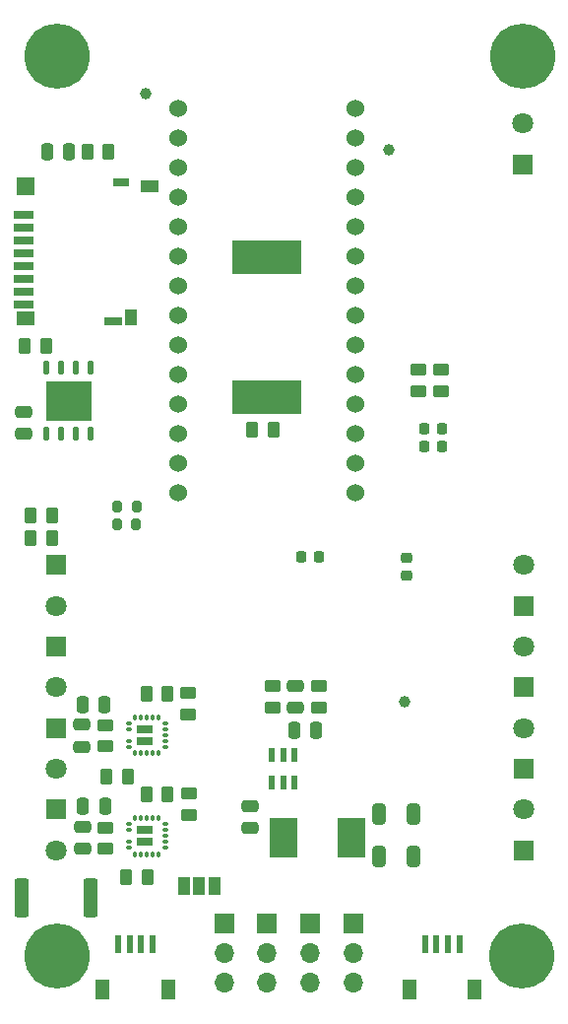
<source format=gbr>
%TF.GenerationSoftware,KiCad,Pcbnew,7.0.5*%
%TF.CreationDate,2023-07-17T20:29:58+05:30*%
%TF.ProjectId,Flight_Computer,466c6967-6874-45f4-936f-6d7075746572,rev?*%
%TF.SameCoordinates,Original*%
%TF.FileFunction,Soldermask,Bot*%
%TF.FilePolarity,Negative*%
%FSLAX46Y46*%
G04 Gerber Fmt 4.6, Leading zero omitted, Abs format (unit mm)*
G04 Created by KiCad (PCBNEW 7.0.5) date 2023-07-17 20:29:58*
%MOMM*%
%LPD*%
G01*
G04 APERTURE LIST*
G04 Aperture macros list*
%AMRoundRect*
0 Rectangle with rounded corners*
0 $1 Rounding radius*
0 $2 $3 $4 $5 $6 $7 $8 $9 X,Y pos of 4 corners*
0 Add a 4 corners polygon primitive as box body*
4,1,4,$2,$3,$4,$5,$6,$7,$8,$9,$2,$3,0*
0 Add four circle primitives for the rounded corners*
1,1,$1+$1,$2,$3*
1,1,$1+$1,$4,$5*
1,1,$1+$1,$6,$7*
1,1,$1+$1,$8,$9*
0 Add four rect primitives between the rounded corners*
20,1,$1+$1,$2,$3,$4,$5,0*
20,1,$1+$1,$4,$5,$6,$7,0*
20,1,$1+$1,$6,$7,$8,$9,0*
20,1,$1+$1,$8,$9,$2,$3,0*%
G04 Aperture macros list end*
%ADD10C,5.600000*%
%ADD11R,1.800000X1.800000*%
%ADD12C,1.800000*%
%ADD13R,1.700000X1.700000*%
%ADD14O,1.700000X1.700000*%
%ADD15C,1.530000*%
%ADD16C,1.000000*%
%ADD17RoundRect,0.026400X-0.193600X0.523600X-0.193600X-0.523600X0.193600X-0.523600X0.193600X0.523600X0*%
%ADD18R,4.000000X3.400000*%
%ADD19RoundRect,0.250000X-0.262500X-0.450000X0.262500X-0.450000X0.262500X0.450000X-0.262500X0.450000X0*%
%ADD20RoundRect,0.250000X-0.450000X0.262500X-0.450000X-0.262500X0.450000X-0.262500X0.450000X0.262500X0*%
%ADD21RoundRect,0.250000X0.262500X0.450000X-0.262500X0.450000X-0.262500X-0.450000X0.262500X-0.450000X0*%
%ADD22R,6.000000X3.000000*%
%ADD23O,0.300000X0.650000*%
%ADD24O,0.650000X0.300000*%
%ADD25R,1.350000X0.800000*%
%ADD26RoundRect,0.250000X0.475000X-0.250000X0.475000X0.250000X-0.475000X0.250000X-0.475000X-0.250000X0*%
%ADD27RoundRect,0.250000X-0.475000X0.250000X-0.475000X-0.250000X0.475000X-0.250000X0.475000X0.250000X0*%
%ADD28RoundRect,0.200000X0.200000X0.275000X-0.200000X0.275000X-0.200000X-0.275000X0.200000X-0.275000X0*%
%ADD29RoundRect,0.250000X0.450000X-0.262500X0.450000X0.262500X-0.450000X0.262500X-0.450000X-0.262500X0*%
%ADD30RoundRect,0.225000X-0.225000X-0.250000X0.225000X-0.250000X0.225000X0.250000X-0.225000X0.250000X0*%
%ADD31R,0.550000X1.240000*%
%ADD32RoundRect,0.250000X0.250000X0.475000X-0.250000X0.475000X-0.250000X-0.475000X0.250000X-0.475000X0*%
%ADD33RoundRect,0.250000X0.362500X1.425000X-0.362500X1.425000X-0.362500X-1.425000X0.362500X-1.425000X0*%
%ADD34RoundRect,0.250000X-0.325000X-0.650000X0.325000X-0.650000X0.325000X0.650000X-0.325000X0.650000X0*%
%ADD35R,2.463800X3.352800*%
%ADD36R,1.000000X1.500000*%
%ADD37RoundRect,0.225000X0.250000X-0.225000X0.250000X0.225000X-0.250000X0.225000X-0.250000X-0.225000X0*%
%ADD38R,1.750000X0.800000*%
%ADD39R,1.500000X1.300000*%
%ADD40R,1.500000X1.500000*%
%ADD41R,1.500000X0.800000*%
%ADD42R,1.400000X0.800000*%
%ADD43R,1.550000X1.000000*%
%ADD44R,1.000000X1.450000*%
%ADD45RoundRect,0.250000X-0.250000X-0.475000X0.250000X-0.475000X0.250000X0.475000X-0.250000X0.475000X0*%
%ADD46R,0.600000X1.550000*%
%ADD47R,1.200000X1.800000*%
G04 APERTURE END LIST*
D10*
%TO.C,H2*%
X171000000Y-73000000D03*
%TD*%
D11*
%TO.C,J3*%
X171000000Y-82250000D03*
D12*
X171000000Y-78750000D03*
%TD*%
D11*
%TO.C,TM1*%
X130927600Y-116702000D03*
D12*
X130927600Y-120202000D03*
%TD*%
D11*
%TO.C,TM2*%
X130927600Y-123702000D03*
D12*
X130927600Y-127202000D03*
%TD*%
D11*
%TO.C,TM8*%
X130927600Y-137702000D03*
D12*
X130927600Y-141202000D03*
%TD*%
D10*
%TO.C,H4*%
X130950000Y-150300000D03*
%TD*%
D11*
%TO.C,TM3*%
X130927600Y-130702000D03*
D12*
X130927600Y-134202000D03*
%TD*%
D13*
%TO.C,M3*%
X152744124Y-147485825D03*
D14*
X152744124Y-150025825D03*
X152744124Y-152565825D03*
%TD*%
D13*
%TO.C,M4*%
X156444124Y-147485825D03*
D14*
X156444124Y-150025825D03*
X156444124Y-152565825D03*
%TD*%
D15*
%TO.C,U3*%
X141380000Y-80030000D03*
X141380000Y-82570000D03*
X141380000Y-85110000D03*
X141380000Y-87650000D03*
X141380000Y-90190000D03*
X141380000Y-92730000D03*
X141380000Y-95270000D03*
X141380000Y-97810000D03*
X141380000Y-100350000D03*
X141380000Y-102890000D03*
X141380000Y-105430000D03*
X141380000Y-107970000D03*
X141380000Y-110510000D03*
X156620000Y-110510000D03*
X156620000Y-107970000D03*
X156620000Y-105430000D03*
X156620000Y-102890000D03*
X156620000Y-100350000D03*
X156620000Y-97810000D03*
X156620000Y-95270000D03*
X156620000Y-92730000D03*
X156620000Y-90190000D03*
X156620000Y-87650000D03*
X156620000Y-85110000D03*
X156620000Y-82570000D03*
X141380000Y-77490000D03*
X156620000Y-80030000D03*
X156620000Y-77490000D03*
%TD*%
D13*
%TO.C,M1*%
X145334124Y-147485825D03*
D14*
X145334124Y-150025825D03*
X145334124Y-152565825D03*
%TD*%
D13*
%TO.C,M2*%
X149034124Y-147485825D03*
D14*
X149034124Y-150025825D03*
X149034124Y-152565825D03*
%TD*%
D10*
%TO.C,H3*%
X170950000Y-150300000D03*
%TD*%
%TO.C,H1*%
X130950000Y-73000000D03*
%TD*%
D11*
%TO.C,J6*%
X171125000Y-134202000D03*
D12*
X171125000Y-130702000D03*
%TD*%
D11*
%TO.C,J2*%
X171125000Y-120202000D03*
D12*
X171125000Y-116702000D03*
%TD*%
D11*
%TO.C,J4*%
X171125000Y-127202000D03*
D12*
X171125000Y-123702000D03*
%TD*%
D11*
%TO.C,J1*%
X171125000Y-141202000D03*
D12*
X171125000Y-137702000D03*
%TD*%
D16*
%TO.C,TP3*%
X159500000Y-81000000D03*
%TD*%
D17*
%TO.C,U5*%
X130045000Y-99760000D03*
X131315000Y-99760000D03*
X132585000Y-99760000D03*
X133855000Y-99760000D03*
X133855000Y-105390000D03*
X132585000Y-105390000D03*
X131315000Y-105390000D03*
X130045000Y-105390000D03*
D18*
X131950000Y-102575000D03*
%TD*%
D19*
%TO.C,R26*%
X128687500Y-114400000D03*
X130512500Y-114400000D03*
%TD*%
D20*
%TO.C,R24*%
X153500000Y-127112500D03*
X153500000Y-128937500D03*
%TD*%
D21*
%TO.C,R4*%
X149562500Y-105100000D03*
X147737500Y-105100000D03*
%TD*%
D22*
%TO.C,B1*%
X149000000Y-102250000D03*
X149000000Y-90250000D03*
%TD*%
D23*
%TO.C,U13*%
X137700000Y-129775000D03*
X138200000Y-129775000D03*
X138700000Y-129775000D03*
X139200000Y-129775000D03*
X139700000Y-129775000D03*
D24*
X140250000Y-130325000D03*
X140250000Y-130825000D03*
X140250000Y-131325000D03*
X140250000Y-131825000D03*
X140250000Y-132325000D03*
D23*
X139700000Y-132875000D03*
X139200000Y-132875000D03*
X138700000Y-132875000D03*
X138200000Y-132875000D03*
X137700000Y-132875000D03*
D24*
X137150000Y-132325000D03*
X137150000Y-131825000D03*
X137150000Y-130825000D03*
X137150000Y-130325000D03*
D25*
X138530000Y-131825000D03*
X138530000Y-130825000D03*
%TD*%
D16*
%TO.C,TP2*%
X160900000Y-128400000D03*
%TD*%
D26*
%TO.C,C10*%
X128100000Y-105425000D03*
X128100000Y-103525000D03*
%TD*%
D19*
%TO.C,R7*%
X133587500Y-81225000D03*
X135412500Y-81225000D03*
%TD*%
%TO.C,R12*%
X138650000Y-136425000D03*
X140475000Y-136425000D03*
%TD*%
D27*
%TO.C,C17*%
X147600000Y-137375000D03*
X147600000Y-139275000D03*
%TD*%
D28*
%TO.C,R6*%
X137775000Y-113200000D03*
X136125000Y-113200000D03*
%TD*%
D29*
%TO.C,R14*%
X135150000Y-141062500D03*
X135150000Y-139237500D03*
%TD*%
D19*
%TO.C,R18*%
X135237500Y-134900000D03*
X137062500Y-134900000D03*
%TD*%
D30*
%TO.C,C4*%
X162525000Y-105000000D03*
X164075000Y-105000000D03*
%TD*%
D31*
%TO.C,U2*%
X149454000Y-133015000D03*
X150404000Y-133015000D03*
X151354000Y-133015000D03*
X151354000Y-135385000D03*
X150404000Y-135385000D03*
X149454000Y-135385000D03*
%TD*%
D29*
%TO.C,R15*%
X135125000Y-132287500D03*
X135125000Y-130462500D03*
%TD*%
D32*
%TO.C,C25*%
X135100000Y-137425000D03*
X133200000Y-137425000D03*
%TD*%
D19*
%TO.C,R13*%
X138637500Y-127800000D03*
X140462500Y-127800000D03*
%TD*%
D33*
%TO.C,R19*%
X133887500Y-145250000D03*
X127962500Y-145250000D03*
%TD*%
D19*
%TO.C,R5*%
X128212500Y-97850000D03*
X130037500Y-97850000D03*
%TD*%
D29*
%TO.C,R2*%
X162050000Y-101762500D03*
X162050000Y-99937500D03*
%TD*%
D34*
%TO.C,C20*%
X158675000Y-138100000D03*
X161625000Y-138100000D03*
%TD*%
D30*
%TO.C,C5*%
X162525000Y-106525000D03*
X164075000Y-106525000D03*
%TD*%
D35*
%TO.C,L1*%
X150429000Y-140125000D03*
X156271000Y-140125000D03*
%TD*%
D36*
%TO.C,JP1*%
X144490000Y-144280000D03*
X143190000Y-144280000D03*
X141890000Y-144280000D03*
%TD*%
D37*
%TO.C,C1*%
X161000000Y-117625000D03*
X161000000Y-116075000D03*
%TD*%
D32*
%TO.C,C26*%
X135075000Y-128650000D03*
X133175000Y-128650000D03*
%TD*%
D29*
%TO.C,R10*%
X142300000Y-138137500D03*
X142300000Y-136312500D03*
%TD*%
D30*
%TO.C,C14*%
X151975000Y-116000000D03*
X153525000Y-116000000D03*
%TD*%
D27*
%TO.C,C8*%
X151500000Y-127050000D03*
X151500000Y-128950000D03*
%TD*%
D32*
%TO.C,C7*%
X132000000Y-81175000D03*
X130100000Y-81175000D03*
%TD*%
D26*
%TO.C,C28*%
X133125000Y-132300000D03*
X133125000Y-130400000D03*
%TD*%
D29*
%TO.C,R11*%
X142250000Y-129537500D03*
X142250000Y-127712500D03*
%TD*%
D16*
%TO.C,TP4*%
X138550000Y-76225000D03*
%TD*%
D19*
%TO.C,R17*%
X136937500Y-143525000D03*
X138762500Y-143525000D03*
%TD*%
D38*
%TO.C,U10*%
X128100000Y-86575000D03*
X128100000Y-87675000D03*
X128100000Y-88775000D03*
X128100000Y-89875000D03*
X128100000Y-90975000D03*
X128100000Y-92075000D03*
X128100000Y-93175000D03*
X128100000Y-94275000D03*
D39*
X128225000Y-95475000D03*
D40*
X128225000Y-84125000D03*
D41*
X135825000Y-95725000D03*
D42*
X136475000Y-83775000D03*
D43*
X138900000Y-84175000D03*
D44*
X137325000Y-95400000D03*
%TD*%
D34*
%TO.C,C21*%
X158675000Y-141725000D03*
X161625000Y-141725000D03*
%TD*%
D23*
%TO.C,U12*%
X137700000Y-138425000D03*
X138200000Y-138425000D03*
X138700000Y-138425000D03*
X139200000Y-138425000D03*
X139700000Y-138425000D03*
D24*
X140250000Y-138975000D03*
X140250000Y-139475000D03*
X140250000Y-139975000D03*
X140250000Y-140475000D03*
X140250000Y-140975000D03*
D23*
X139700000Y-141525000D03*
X139200000Y-141525000D03*
X138700000Y-141525000D03*
X138200000Y-141525000D03*
X137700000Y-141525000D03*
D24*
X137150000Y-140975000D03*
X137150000Y-140475000D03*
X137150000Y-139475000D03*
X137150000Y-138975000D03*
D25*
X138530000Y-140475000D03*
X138530000Y-139475000D03*
%TD*%
D45*
%TO.C,C15*%
X151375000Y-130925000D03*
X153275000Y-130925000D03*
%TD*%
D29*
%TO.C,R25*%
X149500000Y-128937500D03*
X149500000Y-127112500D03*
%TD*%
D46*
%TO.C,HD5*%
X165600000Y-149250000D03*
X164600000Y-149250000D03*
X163600000Y-149250000D03*
X162600000Y-149250000D03*
D47*
X166900000Y-153125000D03*
X161300000Y-153125000D03*
%TD*%
D29*
%TO.C,R1*%
X164025000Y-101762500D03*
X164025000Y-99937500D03*
%TD*%
D46*
%TO.C,HD6*%
X139200000Y-149250000D03*
X138200000Y-149250000D03*
X137200000Y-149250000D03*
X136200000Y-149250000D03*
D47*
X140500000Y-153125000D03*
X134900000Y-153125000D03*
%TD*%
D28*
%TO.C,R8*%
X137800000Y-111650000D03*
X136150000Y-111650000D03*
%TD*%
D26*
%TO.C,C27*%
X133150000Y-141075000D03*
X133150000Y-139175000D03*
%TD*%
D21*
%TO.C,R27*%
X130512500Y-112450000D03*
X128687500Y-112450000D03*
%TD*%
M02*

</source>
